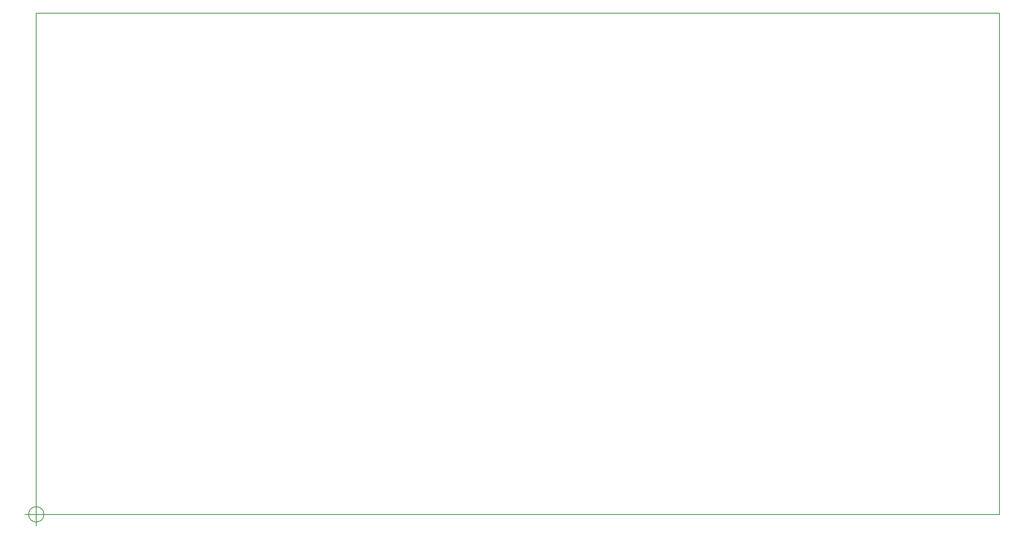
<source format=gbr>
G04 #@! TF.FileFunction,Profile,NP*
%FSLAX46Y46*%
G04 Gerber Fmt 4.6, Leading zero omitted, Abs format (unit mm)*
G04 Created by KiCad (PCBNEW 4.0.7) date 12/19/17 11:06:37*
%MOMM*%
%LPD*%
G01*
G04 APERTURE LIST*
%ADD10C,0.100000*%
%ADD11C,0.150000*%
G04 APERTURE END LIST*
D10*
D11*
X57546666Y-147320000D02*
G75*
G03X57546666Y-147320000I-1666666J0D01*
G01*
X53380000Y-147320000D02*
X58380000Y-147320000D01*
X55880000Y-144820000D02*
X55880000Y-149820000D01*
X57546666Y-147320000D02*
G75*
G03X57546666Y-147320000I-1666666J0D01*
G01*
X53380000Y-147320000D02*
X58380000Y-147320000D01*
X55880000Y-144820000D02*
X55880000Y-149820000D01*
X265430000Y-38100000D02*
X55880000Y-38100000D01*
X265430000Y-147320000D02*
X265430000Y-38100000D01*
X55880000Y-147320000D02*
X265430000Y-147320000D01*
X55880000Y-38100000D02*
X55880000Y-147320000D01*
M02*

</source>
